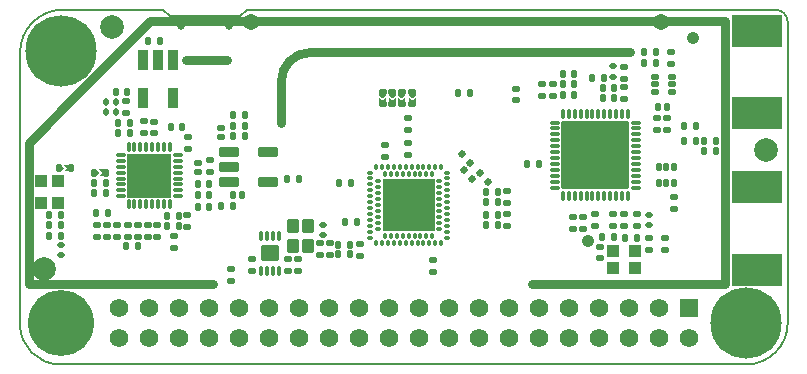
<source format=gbs>
G04*
G04 #@! TF.GenerationSoftware,Altium Limited,CircuitStudio,1.5.2 (30)*
G04*
G04 Layer_Color=8150272*
%FSLAX25Y25*%
%MOIN*%
G70*
G01*
G75*
%ADD49C,0.00500*%
%ADD112C,0.03000*%
G04:AMPARAMS|DCode=114|XSize=26.38mil|YSize=20.47mil|CornerRadius=5.81mil|HoleSize=0mil|Usage=FLASHONLY|Rotation=270.000|XOffset=0mil|YOffset=0mil|HoleType=Round|Shape=RoundedRectangle|*
%AMROUNDEDRECTD114*
21,1,0.02638,0.00886,0,0,270.0*
21,1,0.01476,0.02047,0,0,270.0*
1,1,0.01161,-0.00443,-0.00738*
1,1,0.01161,-0.00443,0.00738*
1,1,0.01161,0.00443,0.00738*
1,1,0.01161,0.00443,-0.00738*
%
%ADD114ROUNDEDRECTD114*%
G04:AMPARAMS|DCode=117|XSize=26.38mil|YSize=22.44mil|CornerRadius=6.3mil|HoleSize=0mil|Usage=FLASHONLY|Rotation=0.000|XOffset=0mil|YOffset=0mil|HoleType=Round|Shape=RoundedRectangle|*
%AMROUNDEDRECTD117*
21,1,0.02638,0.00984,0,0,0.0*
21,1,0.01378,0.02244,0,0,0.0*
1,1,0.01260,0.00689,-0.00492*
1,1,0.01260,-0.00689,-0.00492*
1,1,0.01260,-0.00689,0.00492*
1,1,0.01260,0.00689,0.00492*
%
%ADD117ROUNDEDRECTD117*%
G04:AMPARAMS|DCode=118|XSize=26.38mil|YSize=22.44mil|CornerRadius=6.3mil|HoleSize=0mil|Usage=FLASHONLY|Rotation=270.000|XOffset=0mil|YOffset=0mil|HoleType=Round|Shape=RoundedRectangle|*
%AMROUNDEDRECTD118*
21,1,0.02638,0.00984,0,0,270.0*
21,1,0.01378,0.02244,0,0,270.0*
1,1,0.01260,-0.00492,-0.00689*
1,1,0.01260,-0.00492,0.00689*
1,1,0.01260,0.00492,0.00689*
1,1,0.01260,0.00492,-0.00689*
%
%ADD118ROUNDEDRECTD118*%
%ADD119C,0.04137*%
G04:AMPARAMS|DCode=120|XSize=26.38mil|YSize=20.47mil|CornerRadius=5.81mil|HoleSize=0mil|Usage=FLASHONLY|Rotation=180.000|XOffset=0mil|YOffset=0mil|HoleType=Round|Shape=RoundedRectangle|*
%AMROUNDEDRECTD120*
21,1,0.02638,0.00886,0,0,180.0*
21,1,0.01476,0.02047,0,0,180.0*
1,1,0.01161,-0.00738,0.00443*
1,1,0.01161,0.00738,0.00443*
1,1,0.01161,0.00738,-0.00443*
1,1,0.01161,-0.00738,-0.00443*
%
%ADD120ROUNDEDRECTD120*%
G04:AMPARAMS|DCode=121|XSize=24.41mil|YSize=20.47mil|CornerRadius=5.81mil|HoleSize=0mil|Usage=FLASHONLY|Rotation=270.000|XOffset=0mil|YOffset=0mil|HoleType=Round|Shape=RoundedRectangle|*
%AMROUNDEDRECTD121*
21,1,0.02441,0.00886,0,0,270.0*
21,1,0.01280,0.02047,0,0,270.0*
1,1,0.01161,-0.00443,-0.00640*
1,1,0.01161,-0.00443,0.00640*
1,1,0.01161,0.00443,0.00640*
1,1,0.01161,0.00443,-0.00640*
%
%ADD121ROUNDEDRECTD121*%
G04:AMPARAMS|DCode=133|XSize=24.41mil|YSize=20.47mil|CornerRadius=5.81mil|HoleSize=0mil|Usage=FLASHONLY|Rotation=0.000|XOffset=0mil|YOffset=0mil|HoleType=Round|Shape=RoundedRectangle|*
%AMROUNDEDRECTD133*
21,1,0.02441,0.00886,0,0,0.0*
21,1,0.01280,0.02047,0,0,0.0*
1,1,0.01161,0.00640,-0.00443*
1,1,0.01161,-0.00640,-0.00443*
1,1,0.01161,-0.00640,0.00443*
1,1,0.01161,0.00640,0.00443*
%
%ADD133ROUNDEDRECTD133*%
%ADD136R,0.16796X0.10792*%
%ADD137C,0.07874*%
G04:AMPARAMS|DCode=140|XSize=16.93mil|YSize=25.76mil|CornerRadius=2.09mil|HoleSize=0mil|Usage=FLASHONLY|Rotation=180.000|XOffset=0mil|YOffset=0mil|HoleType=Round|Shape=RoundedRectangle|*
%AMROUNDEDRECTD140*
21,1,0.01693,0.02158,0,0,180.0*
21,1,0.01276,0.02576,0,0,180.0*
1,1,0.00417,-0.00638,0.01079*
1,1,0.00417,0.00638,0.01079*
1,1,0.00417,0.00638,-0.01079*
1,1,0.00417,-0.00638,-0.01079*
%
%ADD140ROUNDEDRECTD140*%
G04:AMPARAMS|DCode=141|XSize=16.93mil|YSize=25.76mil|CornerRadius=2.09mil|HoleSize=0mil|Usage=FLASHONLY|Rotation=90.000|XOffset=0mil|YOffset=0mil|HoleType=Round|Shape=RoundedRectangle|*
%AMROUNDEDRECTD141*
21,1,0.01693,0.02158,0,0,90.0*
21,1,0.01276,0.02576,0,0,90.0*
1,1,0.00417,0.01079,0.00638*
1,1,0.00417,0.01079,-0.00638*
1,1,0.00417,-0.01079,-0.00638*
1,1,0.00417,-0.01079,0.00638*
%
%ADD141ROUNDEDRECTD141*%
%ADD148C,0.02662*%
%ADD149C,0.06206*%
%ADD150R,0.06206X0.06206*%
%ADD151C,0.22000*%
%ADD152C,0.23748*%
%ADD153C,0.05418*%
G04:AMPARAMS|DCode=155|XSize=42.37mil|YSize=40.4mil|CornerRadius=3.37mil|HoleSize=0mil|Usage=FLASHONLY|Rotation=90.000|XOffset=0mil|YOffset=0mil|HoleType=Round|Shape=RoundedRectangle|*
%AMROUNDEDRECTD155*
21,1,0.04237,0.03366,0,0,90.0*
21,1,0.03563,0.04040,0,0,90.0*
1,1,0.00674,0.01683,0.01782*
1,1,0.00674,0.01683,-0.01782*
1,1,0.00674,-0.01683,-0.01782*
1,1,0.00674,-0.01683,0.01782*
%
%ADD155ROUNDEDRECTD155*%
G04:AMPARAMS|DCode=156|XSize=42.37mil|YSize=40.4mil|CornerRadius=3.37mil|HoleSize=0mil|Usage=FLASHONLY|Rotation=180.000|XOffset=0mil|YOffset=0mil|HoleType=Round|Shape=RoundedRectangle|*
%AMROUNDEDRECTD156*
21,1,0.04237,0.03366,0,0,180.0*
21,1,0.03563,0.04040,0,0,180.0*
1,1,0.00674,-0.01782,0.01683*
1,1,0.00674,0.01782,0.01683*
1,1,0.00674,0.01782,-0.01683*
1,1,0.00674,-0.01782,-0.01683*
%
%ADD156ROUNDEDRECTD156*%
%ADD157O,0.01284X0.03450*%
%ADD158O,0.03450X0.01284*%
%ADD159R,0.14867X0.14867*%
G04:AMPARAMS|DCode=160|XSize=227.41mil|YSize=227.41mil|CornerRadius=7.11mil|HoleSize=0mil|Usage=FLASHONLY|Rotation=90.000|XOffset=0mil|YOffset=0mil|HoleType=Round|Shape=RoundedRectangle|*
%AMROUNDEDRECTD160*
21,1,0.22741,0.21319,0,0,90.0*
21,1,0.21319,0.22741,0,0,90.0*
1,1,0.01422,0.10659,0.10659*
1,1,0.01422,0.10659,-0.10659*
1,1,0.01422,-0.10659,-0.10659*
1,1,0.01422,-0.10659,0.10659*
%
%ADD160ROUNDEDRECTD160*%
G04:AMPARAMS|DCode=161|XSize=36.47mil|YSize=14.81mil|CornerRadius=6.22mil|HoleSize=0mil|Usage=FLASHONLY|Rotation=90.000|XOffset=0mil|YOffset=0mil|HoleType=Round|Shape=RoundedRectangle|*
%AMROUNDEDRECTD161*
21,1,0.03647,0.00236,0,0,90.0*
21,1,0.02402,0.01481,0,0,90.0*
1,1,0.01245,0.00118,0.01201*
1,1,0.01245,0.00118,-0.01201*
1,1,0.01245,-0.00118,-0.01201*
1,1,0.01245,-0.00118,0.01201*
%
%ADD161ROUNDEDRECTD161*%
G04:AMPARAMS|DCode=162|XSize=36.47mil|YSize=14.81mil|CornerRadius=6.22mil|HoleSize=0mil|Usage=FLASHONLY|Rotation=180.000|XOffset=0mil|YOffset=0mil|HoleType=Round|Shape=RoundedRectangle|*
%AMROUNDEDRECTD162*
21,1,0.03647,0.00236,0,0,180.0*
21,1,0.02402,0.01481,0,0,180.0*
1,1,0.01245,-0.01201,0.00118*
1,1,0.01245,0.01201,0.00118*
1,1,0.01245,0.01201,-0.00118*
1,1,0.01245,-0.01201,-0.00118*
%
%ADD162ROUNDEDRECTD162*%
G04:AMPARAMS|DCode=163|XSize=176.23mil|YSize=176.23mil|CornerRadius=5.83mil|HoleSize=0mil|Usage=FLASHONLY|Rotation=180.000|XOffset=0mil|YOffset=0mil|HoleType=Round|Shape=RoundedRectangle|*
%AMROUNDEDRECTD163*
21,1,0.17623,0.16457,0,0,180.0*
21,1,0.16457,0.17623,0,0,180.0*
1,1,0.01166,-0.08228,0.08228*
1,1,0.01166,0.08228,0.08228*
1,1,0.01166,0.08228,-0.08228*
1,1,0.01166,-0.08228,-0.08228*
%
%ADD163ROUNDEDRECTD163*%
G04:AMPARAMS|DCode=164|XSize=18.75mil|YSize=11.66mil|CornerRadius=2.37mil|HoleSize=0mil|Usage=FLASHONLY|Rotation=270.000|XOffset=0mil|YOffset=0mil|HoleType=Round|Shape=RoundedRectangle|*
%AMROUNDEDRECTD164*
21,1,0.01875,0.00693,0,0,270.0*
21,1,0.01402,0.01166,0,0,270.0*
1,1,0.00473,-0.00347,-0.00701*
1,1,0.00473,-0.00347,0.00701*
1,1,0.00473,0.00347,0.00701*
1,1,0.00473,0.00347,-0.00701*
%
%ADD164ROUNDEDRECTD164*%
G04:AMPARAMS|DCode=165|XSize=18.75mil|YSize=11.66mil|CornerRadius=2.37mil|HoleSize=0mil|Usage=FLASHONLY|Rotation=0.000|XOffset=0mil|YOffset=0mil|HoleType=Round|Shape=RoundedRectangle|*
%AMROUNDEDRECTD165*
21,1,0.01875,0.00693,0,0,0.0*
21,1,0.01402,0.01166,0,0,0.0*
1,1,0.00473,0.00701,-0.00347*
1,1,0.00473,-0.00701,-0.00347*
1,1,0.00473,-0.00701,0.00347*
1,1,0.00473,0.00701,0.00347*
%
%ADD165ROUNDEDRECTD165*%
G04:AMPARAMS|DCode=166|XSize=59.09mil|YSize=55.15mil|CornerRadius=6.32mil|HoleSize=0mil|Usage=FLASHONLY|Rotation=180.000|XOffset=0mil|YOffset=0mil|HoleType=Round|Shape=RoundedRectangle|*
%AMROUNDEDRECTD166*
21,1,0.05909,0.04252,0,0,180.0*
21,1,0.04646,0.05515,0,0,180.0*
1,1,0.01263,-0.02323,0.02126*
1,1,0.01263,0.02323,0.02126*
1,1,0.01263,0.02323,-0.02126*
1,1,0.01263,-0.02323,-0.02126*
%
%ADD166ROUNDEDRECTD166*%
G04:AMPARAMS|DCode=167|XSize=31.53mil|YSize=13.81mil|CornerRadius=3.95mil|HoleSize=0mil|Usage=FLASHONLY|Rotation=270.000|XOffset=0mil|YOffset=0mil|HoleType=Round|Shape=RoundedRectangle|*
%AMROUNDEDRECTD167*
21,1,0.03153,0.00591,0,0,270.0*
21,1,0.02363,0.01381,0,0,270.0*
1,1,0.00791,-0.00295,-0.01181*
1,1,0.00791,-0.00295,0.01181*
1,1,0.00791,0.00295,0.01181*
1,1,0.00791,0.00295,-0.01181*
%
%ADD167ROUNDEDRECTD167*%
G04:AMPARAMS|DCode=168|XSize=28.59mil|YSize=16.78mil|CornerRadius=2.88mil|HoleSize=0mil|Usage=FLASHONLY|Rotation=180.000|XOffset=0mil|YOffset=0mil|HoleType=Round|Shape=RoundedRectangle|*
%AMROUNDEDRECTD168*
21,1,0.02859,0.01102,0,0,180.0*
21,1,0.02284,0.01678,0,0,180.0*
1,1,0.00576,-0.01142,0.00551*
1,1,0.00576,0.01142,0.00551*
1,1,0.00576,0.01142,-0.00551*
1,1,0.00576,-0.01142,-0.00551*
%
%ADD168ROUNDEDRECTD168*%
G04:AMPARAMS|DCode=169|XSize=28.59mil|YSize=16.78mil|CornerRadius=2.88mil|HoleSize=0mil|Usage=FLASHONLY|Rotation=90.000|XOffset=0mil|YOffset=0mil|HoleType=Round|Shape=RoundedRectangle|*
%AMROUNDEDRECTD169*
21,1,0.02859,0.01102,0,0,90.0*
21,1,0.02284,0.01678,0,0,90.0*
1,1,0.00576,0.00551,0.01142*
1,1,0.00576,0.00551,-0.01142*
1,1,0.00576,-0.00551,-0.01142*
1,1,0.00576,-0.00551,0.01142*
%
%ADD169ROUNDEDRECTD169*%
G04:AMPARAMS|DCode=170|XSize=67.96mil|YSize=32.92mil|CornerRadius=3mil|HoleSize=0mil|Usage=FLASHONLY|Rotation=90.000|XOffset=0mil|YOffset=0mil|HoleType=Round|Shape=RoundedRectangle|*
%AMROUNDEDRECTD170*
21,1,0.06796,0.02693,0,0,90.0*
21,1,0.06197,0.03292,0,0,90.0*
1,1,0.00599,0.01347,0.03098*
1,1,0.00599,0.01347,-0.03098*
1,1,0.00599,-0.01347,-0.03098*
1,1,0.00599,-0.01347,0.03098*
%
%ADD170ROUNDEDRECTD170*%
G04:AMPARAMS|DCode=171|XSize=38.19mil|YSize=46.06mil|CornerRadius=2.26mil|HoleSize=0mil|Usage=FLASHONLY|Rotation=0.000|XOffset=0mil|YOffset=0mil|HoleType=Round|Shape=RoundedRectangle|*
%AMROUNDEDRECTD171*
21,1,0.03819,0.04154,0,0,0.0*
21,1,0.03366,0.04606,0,0,0.0*
1,1,0.00453,0.01683,-0.02077*
1,1,0.00453,-0.01683,-0.02077*
1,1,0.00453,-0.01683,0.02077*
1,1,0.00453,0.01683,0.02077*
%
%ADD171ROUNDEDRECTD171*%
G04:AMPARAMS|DCode=172|XSize=68mil|YSize=33mil|CornerRadius=4.5mil|HoleSize=0mil|Usage=FLASHONLY|Rotation=180.000|XOffset=0mil|YOffset=0mil|HoleType=Round|Shape=RoundedRectangle|*
%AMROUNDEDRECTD172*
21,1,0.06800,0.02400,0,0,180.0*
21,1,0.05900,0.03300,0,0,180.0*
1,1,0.00900,-0.02950,0.01200*
1,1,0.00900,0.02950,0.01200*
1,1,0.00900,0.02950,-0.01200*
1,1,0.00900,-0.02950,-0.01200*
%
%ADD172ROUNDEDRECTD172*%
G04:AMPARAMS|DCode=173|XSize=26.38mil|YSize=20.47mil|CornerRadius=5.81mil|HoleSize=0mil|Usage=FLASHONLY|Rotation=225.000|XOffset=0mil|YOffset=0mil|HoleType=Round|Shape=RoundedRectangle|*
%AMROUNDEDRECTD173*
21,1,0.02638,0.00886,0,0,225.0*
21,1,0.01476,0.02047,0,0,225.0*
1,1,0.01161,-0.00835,-0.00209*
1,1,0.01161,0.00209,0.00835*
1,1,0.01161,0.00835,0.00209*
1,1,0.01161,-0.00209,-0.00835*
%
%ADD173ROUNDEDRECTD173*%
G36*
X1051006Y763781D02*
X1049306D01*
Y763881D01*
X1050206Y764781D01*
Y765081D01*
X1049306Y765981D01*
Y766081D01*
X1051006D01*
Y763781D01*
D02*
G37*
G36*
X1156676Y786681D02*
X1154376D01*
Y788381D01*
X1154476D01*
X1155376Y787481D01*
X1155676D01*
X1156576Y788381D01*
X1156676D01*
Y786681D01*
D02*
G37*
G36*
X1159876D02*
X1157576D01*
Y788381D01*
X1157676D01*
X1158576Y787481D01*
X1158876D01*
X1159776Y788381D01*
X1159876D01*
Y786681D01*
D02*
G37*
G36*
X1060946Y763551D02*
Y763251D01*
X1059946Y762251D01*
X1059146D01*
Y764551D01*
X1059946D01*
X1060946Y763551D01*
D02*
G37*
G36*
X1062706Y762251D02*
X1061006D01*
Y762351D01*
X1061906Y763251D01*
Y763551D01*
X1061006Y764451D01*
Y764551D01*
X1062706D01*
Y762251D01*
D02*
G37*
G36*
X1049246Y765081D02*
Y764781D01*
X1048246Y763781D01*
X1047446D01*
Y766081D01*
X1048246D01*
X1049246Y765081D01*
D02*
G37*
G36*
X1159876Y789281D02*
X1158876Y788281D01*
X1158576D01*
X1157576Y789281D01*
Y790081D01*
X1159876D01*
Y789281D01*
D02*
G37*
G36*
X1163076D02*
X1162076Y788281D01*
X1161776D01*
X1160776Y789281D01*
Y790081D01*
X1163076D01*
Y789281D01*
D02*
G37*
G36*
X1166476D02*
X1165476Y788281D01*
X1165176D01*
X1164176Y789281D01*
Y790081D01*
X1166476D01*
Y789281D01*
D02*
G37*
G36*
X1163076Y786681D02*
X1160776D01*
Y788381D01*
X1160876D01*
X1161776Y787481D01*
X1162076D01*
X1162976Y788381D01*
X1163076D01*
Y786681D01*
D02*
G37*
G36*
X1166476D02*
X1164176D01*
Y788381D01*
X1164276D01*
X1165176Y787481D01*
X1165476D01*
X1166376Y788381D01*
X1166476D01*
Y786681D01*
D02*
G37*
G36*
X1156676Y789281D02*
X1155676Y788281D01*
X1155376D01*
X1154376Y789281D01*
Y790081D01*
X1156676D01*
Y789281D01*
D02*
G37*
D49*
X1276749Y699502D02*
G03*
X1290528Y713281I0J13780D01*
G01*
X1034623Y712769D02*
G03*
X1047891Y699502I13268J0D01*
G01*
X1048995Y817730D02*
G03*
X1034623Y803358I0J-14372D01*
G01*
X1290528Y813564D02*
G03*
X1286362Y817730I-4166J0D01*
G01*
X1047891Y699502D02*
X1276749Y699502D01*
X1034623Y712769D02*
X1034623Y796470D01*
X1290528Y718006D02*
Y767631D01*
X1084591Y815466D02*
X1107961D01*
X1034623Y796470D02*
Y803358D01*
X1290528Y713281D02*
Y718006D01*
X1110224Y817730D02*
X1286362D01*
X1290528Y767631D02*
Y813564D01*
X1082327Y817730D02*
X1084591Y815466D01*
X1048995Y817730D02*
X1082327D01*
X1107961Y815466D02*
X1110224Y817730D01*
D112*
X1131456Y803481D02*
G03*
X1121726Y793751I0J-9730D01*
G01*
X1090026Y801081D02*
X1103626D01*
X1131456Y803481D02*
X1238126D01*
X1121726Y779881D02*
Y793751D01*
X1248676Y726181D02*
X1269726D01*
X1222476D02*
X1248676D01*
X1037476D02*
X1098976D01*
X1142742Y813781D02*
X1160530D01*
X1183382D01*
X1084476D02*
X1114776D01*
X1205176Y726181D02*
X1222476D01*
X1269726Y769281D02*
Y813781D01*
Y726181D02*
Y769281D01*
X1183382Y813781D02*
X1221551D01*
X1269726D01*
X1077976D02*
X1084476D01*
X1053976Y789781D02*
X1077976Y813781D01*
X1037476Y752906D02*
Y762781D01*
Y726181D02*
Y737381D01*
Y752906D01*
X1114776Y813781D02*
X1142742D01*
X1037476Y762781D02*
Y773281D01*
X1053976Y789781D01*
D114*
X1246776Y800081D02*
D03*
X1242776D02*
D03*
X1246776Y803581D02*
D03*
X1242776D02*
D03*
X1051556Y764911D02*
D03*
X1047556D02*
D03*
X1259976Y778981D02*
D03*
X1255976D02*
D03*
X1259926Y773931D02*
D03*
X1255926D02*
D03*
X1266676Y770681D02*
D03*
X1262676D02*
D03*
X1266676Y773881D02*
D03*
X1262676D02*
D03*
X1194059Y756795D02*
D03*
X1194035Y753557D02*
D03*
X1190059Y749118D02*
D03*
X1194059D02*
D03*
X1083587Y745486D02*
D03*
X1087587D02*
D03*
X1101776Y752281D02*
D03*
X1105776D02*
D03*
X1190059Y745870D02*
D03*
X1194059D02*
D03*
X1140566Y739411D02*
D03*
X1144566D02*
D03*
X1083587Y749029D02*
D03*
X1087587D02*
D03*
X1140576Y736181D02*
D03*
X1144576D02*
D03*
X1190059Y756795D02*
D03*
X1190035Y753557D02*
D03*
D117*
X1236076Y798550D02*
D03*
Y794613D02*
D03*
X1137806Y739940D02*
D03*
Y736003D02*
D03*
X1134506Y739920D02*
D03*
Y735983D02*
D03*
X1199991Y787484D02*
D03*
Y791421D02*
D03*
X1085876Y738413D02*
D03*
Y742350D02*
D03*
X1090776Y775150D02*
D03*
Y771213D02*
D03*
X1111976Y730743D02*
D03*
Y734680D02*
D03*
X1244141Y741698D02*
D03*
Y737761D02*
D03*
X1240204Y745635D02*
D03*
Y749572D02*
D03*
X1236076Y787913D02*
D03*
Y791850D02*
D03*
X1247103Y777572D02*
D03*
Y781509D02*
D03*
X1222276Y744713D02*
D03*
Y748650D02*
D03*
X1232330Y749572D02*
D03*
Y745635D02*
D03*
X1212251Y792879D02*
D03*
Y788942D02*
D03*
X1208708D02*
D03*
Y792879D02*
D03*
X1156175Y768727D02*
D03*
Y772664D02*
D03*
X1147876Y739550D02*
D03*
Y735613D02*
D03*
X1172376Y734150D02*
D03*
Y730213D02*
D03*
X1164032Y773242D02*
D03*
Y769305D02*
D03*
X1060176Y746050D02*
D03*
Y742113D02*
D03*
X1076076Y780450D02*
D03*
Y776513D02*
D03*
X1079239Y780427D02*
D03*
Y776490D02*
D03*
X1070479Y746027D02*
D03*
Y742090D02*
D03*
X1077172D02*
D03*
Y746027D02*
D03*
X1080322Y742090D02*
D03*
Y746027D02*
D03*
X1227976Y738750D02*
D03*
Y734813D02*
D03*
X1090410Y745289D02*
D03*
Y749226D02*
D03*
X1069876Y787250D02*
D03*
Y783313D02*
D03*
X1252676Y755350D02*
D03*
Y751413D02*
D03*
X1236070Y749572D02*
D03*
Y745635D02*
D03*
X1250253Y777572D02*
D03*
Y781509D02*
D03*
X1251631Y799620D02*
D03*
Y803557D02*
D03*
D118*
X1180607Y790081D02*
D03*
X1184544D02*
D03*
X1048344Y749181D02*
D03*
X1044407D02*
D03*
X1070444Y790381D02*
D03*
X1066507D02*
D03*
X1048344Y742381D02*
D03*
X1044407D02*
D03*
X1048344Y745781D02*
D03*
X1044407D02*
D03*
X1059207Y763381D02*
D03*
X1063144D02*
D03*
X1240204Y741698D02*
D03*
X1236267D02*
D03*
X1232527Y741895D02*
D03*
X1228590D02*
D03*
X1207724Y766305D02*
D03*
X1203787D02*
D03*
X1229144Y794981D02*
D03*
X1225207D02*
D03*
X1219444Y789181D02*
D03*
X1215507D02*
D03*
X1219444Y792781D02*
D03*
X1215507D02*
D03*
X1232744Y791681D02*
D03*
X1228807D02*
D03*
X1232744Y788181D02*
D03*
X1228807D02*
D03*
X1215507Y796381D02*
D03*
X1219444D02*
D03*
X1144944Y759781D02*
D03*
X1141007D02*
D03*
X1143107Y747081D02*
D03*
X1147044D02*
D03*
X1063146Y760053D02*
D03*
X1059209D02*
D03*
X1059207Y756681D02*
D03*
X1063144D02*
D03*
X1060007Y750081D02*
D03*
X1063944D02*
D03*
X1074022Y738940D02*
D03*
X1070085D02*
D03*
X1097792Y759757D02*
D03*
X1093855D02*
D03*
X1084807Y778681D02*
D03*
X1088744D02*
D03*
X1067207Y776581D02*
D03*
X1071144D02*
D03*
X1067207Y779981D02*
D03*
X1071144D02*
D03*
X1097792Y755919D02*
D03*
X1093855D02*
D03*
X1097792Y752080D02*
D03*
X1093855D02*
D03*
X1127615Y761234D02*
D03*
X1123678D02*
D03*
X1081344Y807231D02*
D03*
X1077407D02*
D03*
X1109603Y782494D02*
D03*
X1105666D02*
D03*
X1109603Y779049D02*
D03*
X1105666D02*
D03*
X1109579Y775662D02*
D03*
X1105642D02*
D03*
D119*
X1259076Y808281D02*
D03*
X1223876Y740681D02*
D03*
D120*
X1249476Y737681D02*
D03*
Y741681D02*
D03*
X1124026Y734531D02*
D03*
Y730531D02*
D03*
X1127226Y734531D02*
D03*
Y730531D02*
D03*
X1163926Y777531D02*
D03*
Y781531D02*
D03*
X1165316Y786401D02*
D03*
Y790401D02*
D03*
X1161956Y786401D02*
D03*
Y790401D02*
D03*
X1158716Y786391D02*
D03*
Y790391D02*
D03*
X1155536Y786411D02*
D03*
Y790411D02*
D03*
X1196956Y753243D02*
D03*
Y757243D02*
D03*
X1196956Y745566D02*
D03*
Y749566D02*
D03*
X1218876Y748681D02*
D03*
Y744681D02*
D03*
X1104976Y727281D02*
D03*
Y731281D02*
D03*
X1073876Y746081D02*
D03*
Y742081D02*
D03*
X1067076D02*
D03*
Y746081D02*
D03*
X1063576D02*
D03*
Y742081D02*
D03*
X1226425Y745604D02*
D03*
Y749604D02*
D03*
X1097976Y767581D02*
D03*
Y763581D02*
D03*
D121*
X1063203Y783681D02*
D03*
X1066549D02*
D03*
X1063203Y786981D02*
D03*
X1066549D02*
D03*
D133*
X1135766Y742534D02*
D03*
Y745880D02*
D03*
X1048275Y739354D02*
D03*
Y736007D02*
D03*
X1244141Y745931D02*
D03*
Y749277D02*
D03*
X1232330Y798785D02*
D03*
Y795439D02*
D03*
D136*
X1280174Y758448D02*
D03*
Y730948D02*
D03*
Y810614D02*
D03*
Y783114D02*
D03*
D137*
X1283127Y770886D02*
D03*
X1065176Y811881D02*
D03*
X1042476Y731381D02*
D03*
D140*
X1105676Y755781D02*
D03*
X1108676D02*
D03*
X1247176Y785281D02*
D03*
X1250176D02*
D03*
D141*
X1101676Y775281D02*
D03*
Y778281D02*
D03*
X1094076Y763481D02*
D03*
Y766481D02*
D03*
D148*
X1104348Y812331D02*
D03*
X1088403D02*
D03*
D149*
X1097576Y718281D02*
D03*
Y708281D02*
D03*
X1087576Y718281D02*
D03*
Y708281D02*
D03*
X1077576Y718281D02*
D03*
Y708281D02*
D03*
X1067576Y718281D02*
D03*
Y708281D02*
D03*
X1107576D02*
D03*
Y718281D02*
D03*
X1117576Y708281D02*
D03*
Y718281D02*
D03*
X1127576Y708281D02*
D03*
Y718281D02*
D03*
X1137576Y708281D02*
D03*
Y718281D02*
D03*
X1147576Y708281D02*
D03*
Y718281D02*
D03*
X1157576Y708281D02*
D03*
Y718281D02*
D03*
X1167576Y708281D02*
D03*
Y718281D02*
D03*
X1177576Y708281D02*
D03*
Y718281D02*
D03*
X1187576Y708281D02*
D03*
Y718281D02*
D03*
X1197576Y708281D02*
D03*
Y718281D02*
D03*
X1207576Y708281D02*
D03*
Y718281D02*
D03*
X1217576Y708281D02*
D03*
Y718281D02*
D03*
X1227576Y708281D02*
D03*
Y718281D02*
D03*
X1237576Y708281D02*
D03*
Y718281D02*
D03*
X1247576Y708281D02*
D03*
Y718281D02*
D03*
X1257576Y708281D02*
D03*
D150*
Y718281D02*
D03*
D151*
X1048402Y713281D02*
D03*
D152*
Y803832D02*
D03*
X1276749Y713281D02*
D03*
D153*
X1248276Y813561D02*
D03*
X1111576Y813563D02*
D03*
D155*
X1047132Y753439D02*
D03*
X1041620D02*
D03*
Y760723D02*
D03*
X1047132D02*
D03*
D156*
X1239717Y737237D02*
D03*
Y731725D02*
D03*
X1232434D02*
D03*
Y737237D02*
D03*
D157*
X1084603Y752868D02*
D03*
X1082635D02*
D03*
X1080666D02*
D03*
X1078698D02*
D03*
X1076729D02*
D03*
X1074761D02*
D03*
X1072792D02*
D03*
X1070824D02*
D03*
Y771962D02*
D03*
X1072792D02*
D03*
X1074761D02*
D03*
X1076729D02*
D03*
X1078698D02*
D03*
X1080666D02*
D03*
X1082635D02*
D03*
X1084603D02*
D03*
D158*
X1068166Y755525D02*
D03*
Y757494D02*
D03*
Y759462D02*
D03*
Y761431D02*
D03*
Y763399D02*
D03*
Y765368D02*
D03*
Y767336D02*
D03*
Y769305D02*
D03*
X1087261D02*
D03*
Y767336D02*
D03*
Y765368D02*
D03*
Y763399D02*
D03*
Y761431D02*
D03*
Y759462D02*
D03*
Y757494D02*
D03*
Y755525D02*
D03*
D159*
X1077713Y762415D02*
D03*
D160*
X1226425Y769257D02*
D03*
D161*
X1237251Y782840D02*
D03*
X1235283D02*
D03*
X1233314D02*
D03*
X1231346D02*
D03*
X1229377D02*
D03*
X1227409D02*
D03*
X1225440D02*
D03*
X1223472D02*
D03*
X1221503D02*
D03*
X1219535D02*
D03*
X1217566D02*
D03*
X1215598D02*
D03*
Y755675D02*
D03*
X1217566D02*
D03*
X1219535D02*
D03*
X1221503D02*
D03*
X1223472D02*
D03*
X1225440D02*
D03*
X1227409D02*
D03*
X1229377D02*
D03*
X1231346D02*
D03*
X1233314D02*
D03*
X1235283D02*
D03*
X1237251D02*
D03*
D162*
X1212842Y780084D02*
D03*
Y778116D02*
D03*
Y776147D02*
D03*
Y772210D02*
D03*
Y770242D02*
D03*
Y768273D02*
D03*
Y766305D02*
D03*
Y764336D02*
D03*
Y762368D02*
D03*
Y760399D02*
D03*
Y758431D02*
D03*
X1240007D02*
D03*
Y760399D02*
D03*
Y762368D02*
D03*
Y764336D02*
D03*
Y766305D02*
D03*
Y768273D02*
D03*
Y770242D02*
D03*
Y772210D02*
D03*
Y774179D02*
D03*
Y776147D02*
D03*
Y778116D02*
D03*
Y780084D02*
D03*
X1212842Y774179D02*
D03*
D163*
X1164176Y752601D02*
D03*
D164*
X1172050Y762837D02*
D03*
X1170081D02*
D03*
X1168113D02*
D03*
X1166144D02*
D03*
X1164176D02*
D03*
X1162207D02*
D03*
X1160239D02*
D03*
X1158270D02*
D03*
X1156302D02*
D03*
Y742365D02*
D03*
X1158270D02*
D03*
X1160239D02*
D03*
X1162207D02*
D03*
X1164176D02*
D03*
X1166144D02*
D03*
X1168113D02*
D03*
X1170081D02*
D03*
X1172050D02*
D03*
X1175002Y765396D02*
D03*
X1173034D02*
D03*
X1171065D02*
D03*
X1169097D02*
D03*
X1167128D02*
D03*
X1165160D02*
D03*
X1163191D02*
D03*
X1161223D02*
D03*
X1159254D02*
D03*
X1157286D02*
D03*
X1155317D02*
D03*
X1153349D02*
D03*
Y739806D02*
D03*
X1155317D02*
D03*
X1157286D02*
D03*
X1159254D02*
D03*
X1161223D02*
D03*
X1163191D02*
D03*
X1165160D02*
D03*
X1167128D02*
D03*
X1169097D02*
D03*
X1171065D02*
D03*
X1173034D02*
D03*
X1175002D02*
D03*
D165*
X1153939Y760475D02*
D03*
Y758507D02*
D03*
Y756538D02*
D03*
Y754570D02*
D03*
Y752601D02*
D03*
Y750633D02*
D03*
Y748664D02*
D03*
Y746696D02*
D03*
Y744727D02*
D03*
X1174412D02*
D03*
Y746696D02*
D03*
Y748664D02*
D03*
Y750633D02*
D03*
Y752601D02*
D03*
Y754570D02*
D03*
Y756538D02*
D03*
Y758507D02*
D03*
Y760475D02*
D03*
X1151380Y763428D02*
D03*
Y761459D02*
D03*
Y759491D02*
D03*
Y757522D02*
D03*
Y755554D02*
D03*
Y753585D02*
D03*
Y751617D02*
D03*
Y749648D02*
D03*
Y747680D02*
D03*
Y745711D02*
D03*
Y743743D02*
D03*
Y741774D02*
D03*
X1176971D02*
D03*
Y743743D02*
D03*
Y745711D02*
D03*
Y747680D02*
D03*
Y749648D02*
D03*
Y751617D02*
D03*
Y753585D02*
D03*
Y755554D02*
D03*
Y757522D02*
D03*
Y759491D02*
D03*
Y761459D02*
D03*
Y763428D02*
D03*
D166*
X1117936Y736511D02*
D03*
D167*
X1114983Y730605D02*
D03*
X1116952D02*
D03*
X1118920D02*
D03*
X1120889D02*
D03*
Y742417D02*
D03*
X1118920D02*
D03*
X1116952D02*
D03*
X1114983D02*
D03*
D168*
X1251832Y795340D02*
D03*
Y792781D02*
D03*
Y790222D02*
D03*
X1246320Y795340D02*
D03*
Y792781D02*
D03*
Y790222D02*
D03*
D169*
X1252635Y759925D02*
D03*
X1250076D02*
D03*
X1247517D02*
D03*
X1252635Y765437D02*
D03*
X1250076D02*
D03*
X1247517D02*
D03*
D170*
X1080792Y801006D02*
D03*
X1085792D02*
D03*
X1075792D02*
D03*
X1085792Y788250D02*
D03*
X1075792D02*
D03*
D171*
X1130735Y745627D02*
D03*
X1125616D02*
D03*
Y738935D02*
D03*
X1130735D02*
D03*
D172*
X1104433Y760368D02*
D03*
Y765368D02*
D03*
Y770368D02*
D03*
X1117333Y760368D02*
D03*
Y770368D02*
D03*
D173*
X1181811Y769495D02*
D03*
X1184640Y766667D02*
D03*
X1187961Y763245D02*
D03*
X1190790Y760417D02*
D03*
X1182511Y764245D02*
D03*
X1185340Y761417D02*
D03*
M02*

</source>
